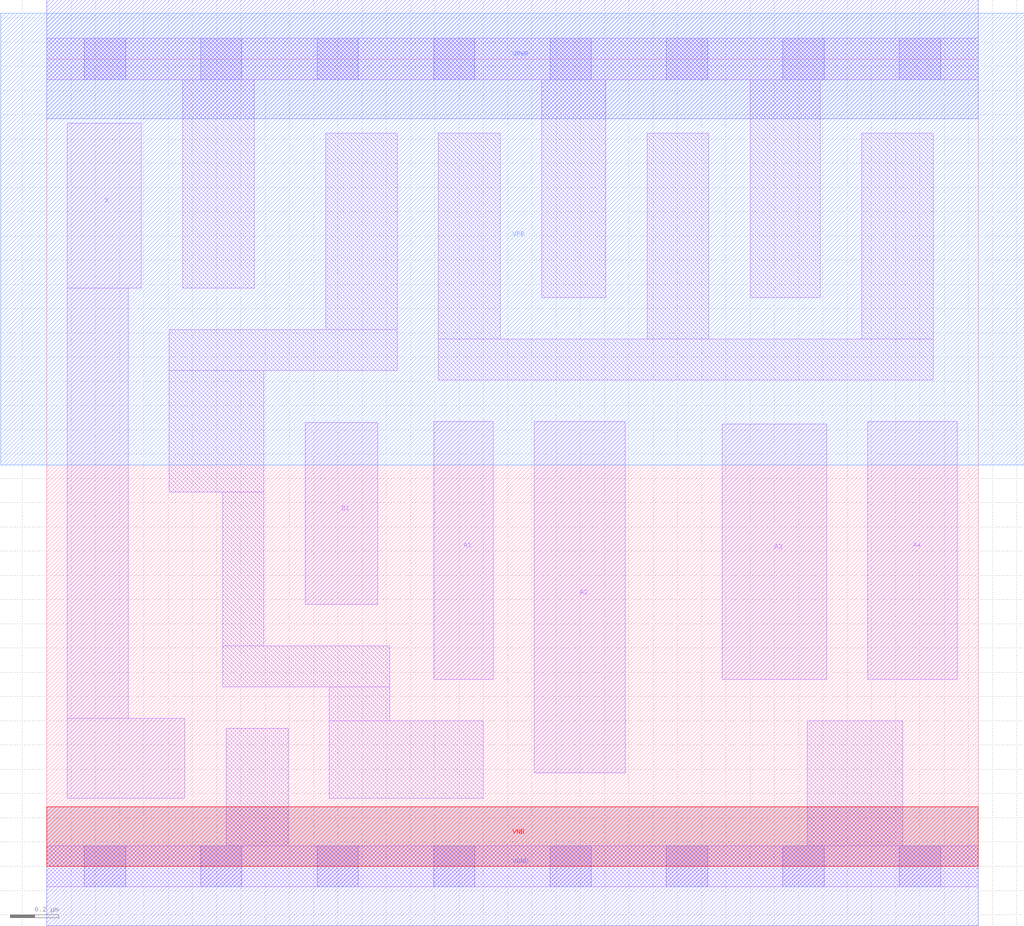
<source format=lef>
# Copyright 2020 The SkyWater PDK Authors
#
# Licensed under the Apache License, Version 2.0 (the "License");
# you may not use this file except in compliance with the License.
# You may obtain a copy of the License at
#
#     https://www.apache.org/licenses/LICENSE-2.0
#
# Unless required by applicable law or agreed to in writing, software
# distributed under the License is distributed on an "AS IS" BASIS,
# WITHOUT WARRANTIES OR CONDITIONS OF ANY KIND, either express or implied.
# See the License for the specific language governing permissions and
# limitations under the License.
#
# SPDX-License-Identifier: Apache-2.0

VERSION 5.7 ;
  NOWIREEXTENSIONATPIN ON ;
  DIVIDERCHAR "/" ;
  BUSBITCHARS "[]" ;
MACRO sky130_fd_sc_lp__a41o_0
  CLASS CORE ;
  FOREIGN sky130_fd_sc_lp__a41o_0 ;
  ORIGIN  0.000000  0.000000 ;
  SIZE  3.840000 BY  3.330000 ;
  SYMMETRY X Y R90 ;
  SITE unit ;
  PIN A1
    ANTENNAGATEAREA  0.159000 ;
    DIRECTION INPUT ;
    USE SIGNAL ;
    PORT
      LAYER li1 ;
        RECT 1.595000 0.770000 1.840000 1.835000 ;
    END
  END A1
  PIN A2
    ANTENNAGATEAREA  0.159000 ;
    DIRECTION INPUT ;
    USE SIGNAL ;
    PORT
      LAYER li1 ;
        RECT 2.010000 0.385000 2.385000 1.835000 ;
    END
  END A2
  PIN A3
    ANTENNAGATEAREA  0.159000 ;
    DIRECTION INPUT ;
    USE SIGNAL ;
    PORT
      LAYER li1 ;
        RECT 2.785000 0.770000 3.215000 1.825000 ;
    END
  END A3
  PIN A4
    ANTENNAGATEAREA  0.159000 ;
    DIRECTION INPUT ;
    USE SIGNAL ;
    PORT
      LAYER li1 ;
        RECT 3.385000 0.770000 3.755000 1.835000 ;
    END
  END A4
  PIN B1
    ANTENNAGATEAREA  0.159000 ;
    DIRECTION INPUT ;
    USE SIGNAL ;
    PORT
      LAYER li1 ;
        RECT 1.065000 1.080000 1.365000 1.830000 ;
    END
  END B1
  PIN X
    ANTENNADIFFAREA  0.280900 ;
    DIRECTION OUTPUT ;
    USE SIGNAL ;
    PORT
      LAYER li1 ;
        RECT 0.085000 0.280000 0.570000 0.610000 ;
        RECT 0.085000 0.610000 0.335000 2.385000 ;
        RECT 0.085000 2.385000 0.390000 3.065000 ;
    END
  END X
  PIN VGND
    DIRECTION INOUT ;
    USE GROUND ;
    PORT
      LAYER met1 ;
        RECT 0.000000 -0.245000 3.840000 0.245000 ;
    END
  END VGND
  PIN VNB
    DIRECTION INOUT ;
    USE GROUND ;
    PORT
      LAYER pwell ;
        RECT 0.000000 0.000000 3.840000 0.245000 ;
    END
  END VNB
  PIN VPB
    DIRECTION INOUT ;
    USE POWER ;
    PORT
      LAYER nwell ;
        RECT -0.190000 1.655000 4.030000 3.520000 ;
    END
  END VPB
  PIN VPWR
    DIRECTION INOUT ;
    USE POWER ;
    PORT
      LAYER met1 ;
        RECT 0.000000 3.085000 3.840000 3.575000 ;
    END
  END VPWR
  OBS
    LAYER li1 ;
      RECT 0.000000 -0.085000 3.840000 0.085000 ;
      RECT 0.000000  3.245000 3.840000 3.415000 ;
      RECT 0.505000  1.545000 0.895000 2.045000 ;
      RECT 0.505000  2.045000 1.445000 2.215000 ;
      RECT 0.560000  2.385000 0.855000 3.245000 ;
      RECT 0.725000  0.740000 1.415000 0.910000 ;
      RECT 0.725000  0.910000 0.895000 1.545000 ;
      RECT 0.740000  0.085000 0.995000 0.570000 ;
      RECT 1.150000  2.215000 1.445000 3.025000 ;
      RECT 1.165000  0.280000 1.800000 0.600000 ;
      RECT 1.165000  0.600000 1.415000 0.740000 ;
      RECT 1.615000  2.005000 3.655000 2.175000 ;
      RECT 1.615000  2.175000 1.870000 3.025000 ;
      RECT 2.040000  2.345000 2.305000 3.245000 ;
      RECT 2.475000  2.175000 2.730000 3.025000 ;
      RECT 2.900000  2.345000 3.190000 3.245000 ;
      RECT 3.135000  0.085000 3.530000 0.600000 ;
      RECT 3.360000  2.175000 3.655000 3.025000 ;
    LAYER mcon ;
      RECT 0.155000 -0.085000 0.325000 0.085000 ;
      RECT 0.155000  3.245000 0.325000 3.415000 ;
      RECT 0.635000 -0.085000 0.805000 0.085000 ;
      RECT 0.635000  3.245000 0.805000 3.415000 ;
      RECT 1.115000 -0.085000 1.285000 0.085000 ;
      RECT 1.115000  3.245000 1.285000 3.415000 ;
      RECT 1.595000 -0.085000 1.765000 0.085000 ;
      RECT 1.595000  3.245000 1.765000 3.415000 ;
      RECT 2.075000 -0.085000 2.245000 0.085000 ;
      RECT 2.075000  3.245000 2.245000 3.415000 ;
      RECT 2.555000 -0.085000 2.725000 0.085000 ;
      RECT 2.555000  3.245000 2.725000 3.415000 ;
      RECT 3.035000 -0.085000 3.205000 0.085000 ;
      RECT 3.035000  3.245000 3.205000 3.415000 ;
      RECT 3.515000 -0.085000 3.685000 0.085000 ;
      RECT 3.515000  3.245000 3.685000 3.415000 ;
  END
END sky130_fd_sc_lp__a41o_0
END LIBRARY

</source>
